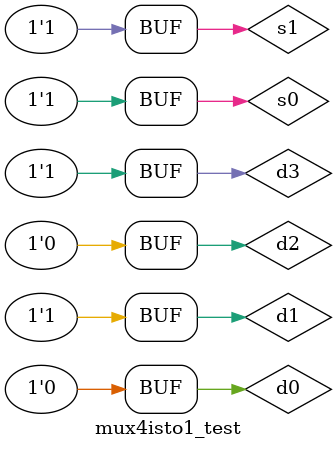
<source format=v>
module mux4isto1_test;

	// Inputs
	reg d0;
	reg d1;
	reg d2;
	reg d3;
	reg s0;
	reg s1;

	// Outputs
	wire y;

	// Instantiate the Unit Under Test (UUT)
	mux4isto1 uut (
		.d0(d0), 
		.d1(d1), 
		.d2(d2), 
		.d3(d3), 
		.s0(s0), 
		.s1(s1), 
		.y(y)
	);

	initial begin
		// Initialize Inputs
		d0 = 0;
		d1 = 1;
		d2 = 0;
		d3 = 1;
		s0 = 0;
		s1 = 0;

		// Wait 100 ns for global reset to finish
		#100 s0 = 0;s1 = 1;
		#100 s0 = 1;s1 = 0;
		#100 s0 = 1;s1 = 1;
        
		// Add stimulus here

	end
      
endmodule

</source>
